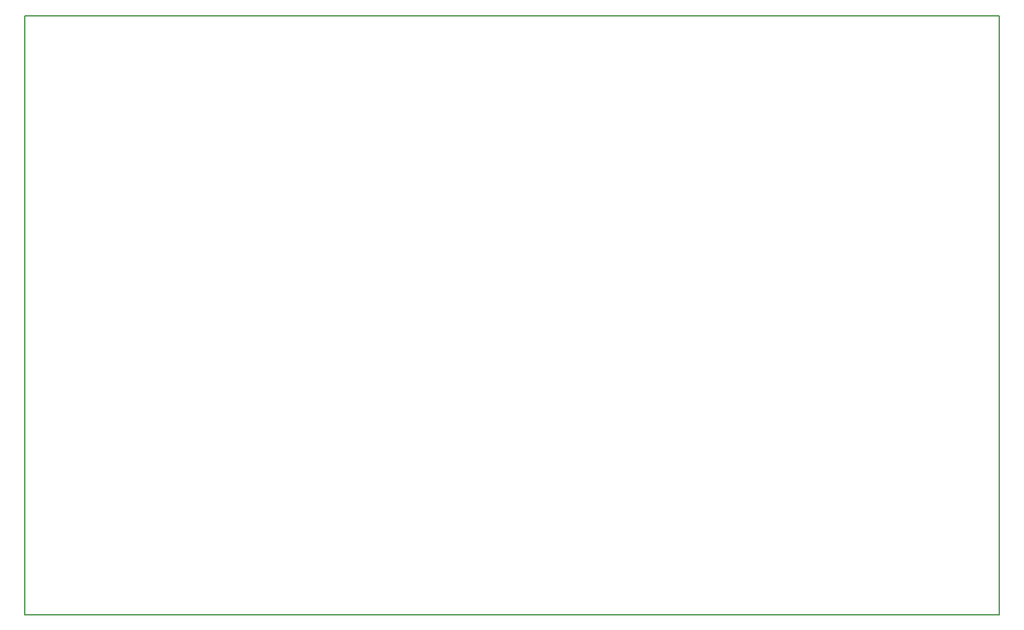
<source format=gbr>
G04 EasyPC Gerber Version 21.0.3 Build 4286 *
%FSLAX35Y35*%
%MOMM*%
%ADD10C,0.12700*%
X0Y0D02*
D02*
D10*
X6350Y6350D02*
X13006350D01*
Y8006350*
X6350*
Y6350*
X0Y0D02*
M02*

</source>
